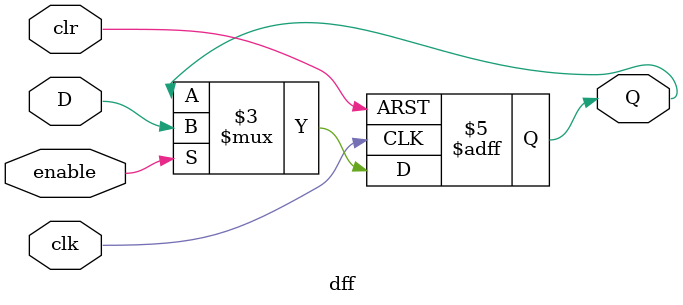
<source format=v>
module dff (input clr, clk, enable, D, output reg Q);
//    input clr, clk, enable, D;
//    output Q;

    always@(posedge clk or negedge clr)
    begin
            if(clr == 0) Q <= 0;
            else if(enable) Q <= D;
    end	
endmodule 
</source>
